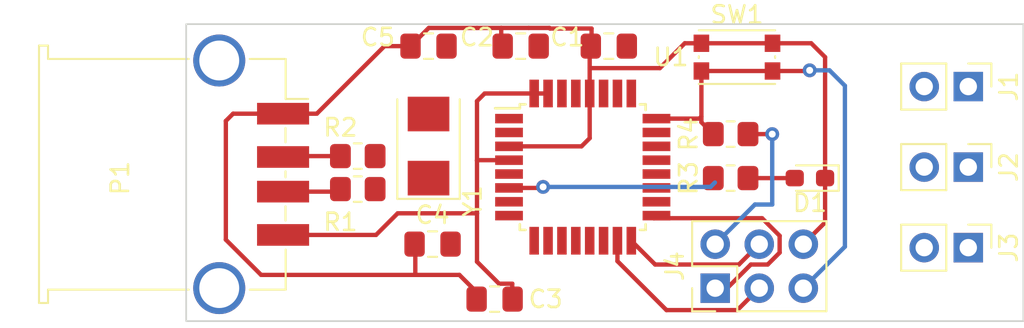
<source format=kicad_pcb>
(kicad_pcb (version 20221018) (generator pcbnew)
  (layers (0 "F.Cu" signal) (31 "B.Cu" signal) (34 "B.Paste" user) (35 "F.Paste" user) (36 "B.SilkS" user "B.Silkscreen") (37 "F.SilkS" user "F.Silkscreen") (38 "B.Mask" user) (39 "F.Mask" user) (44 "Edge.Cuts" user))
  (net 0 "")
  (net 1 "Net-(U1-UCAP)")
  (net 2 "GND")
  (net 3 "VCC")
  (net 4 "Net-(U1-XTAL1)")
  (net 5 "Net-(U1-PC0{slash}XTAL2)")
  (net 6 "Net-(D1-A)")
  (net 7 "Net-(J1-Pin_1)")
  (net 8 "/SCLK")
  (net 9 "/MOSI")
  (net 10 "/MISO")
  (net 11 "/RESET")
  (net 12 "Net-(P1-D-)")
  (net 13 "Net-(U1-D-)")
  (net 14 "Net-(P1-D+)")
  (net 15 "Net-(U1-D+)")
  (net 16 "Net-(U1-PD0)")
  (footprint "Button_Switch_SMD:SW_Push_1P1T_NO_CK_KMR2" (layer "F.Cu") (at 101.6 84.455)
    (fp_text reference "SW1" (at 0 -2.45) (layer "F.SilkS"))
    (fp_text value "SW_Reset")
    (fp_line (start -2.2 0.05) (end -2.2 -0.05) (stroke (width 0.12)) (layer "F.SilkS"))
    (fp_line (start -2.2 1.55) (end 2.2 1.55) (stroke (width 0.12)) (layer "F.SilkS"))
    (fp_line (start 2.2 -1.55) (end -2.2 -1.55) (stroke (width 0.12)) (layer "F.SilkS"))
    (fp_line (start 2.2 0.05) (end 2.2 -0.05) (stroke (width 0.12)) (layer "F.SilkS"))
    (pad "1" smd rect (at -2.05 -0.8) (size 0.9 1) (layers "F.Cu" "F.Paste" "F.Mask") (net 2 "GND"))
    (pad "1" smd rect (at 2.05 -0.8) (size 0.9 1) (layers "F.Cu" "F.Paste" "F.Mask") (net 2 "GND"))
    (pad "2" smd rect (at -2.05 0.8) (size 0.9 1) (layers "F.Cu" "F.Paste" "F.Mask") (net 11 "/RESET"))
    (pad "2" smd rect (at 2.05 0.8) (size 0.9 1) (layers "F.Cu" "F.Paste" "F.Mask") (net 11 "/RESET"))
  )
  (footprint "Resistor_SMD:R_0805_2012Metric_Pad1.20x1.40mm_HandSolder" (layer "F.Cu") (at 101.235 88.9)
    (fp_text reference "R4" (at -2.429 0 90) (layer "F.SilkS"))
    (fp_text value "10K")
    (fp_line (start -0.227064 -0.735) (end 0.227064 -0.735) (stroke (width 0.12)) (layer "F.SilkS"))
    (fp_line (start -0.227064 0.735) (end 0.227064 0.735) (stroke (width 0.12)) (layer "F.SilkS"))
    (pad "1" smd roundrect (at -1 0) (size 1.2 1.4) (layers "F.Cu" "F.Paste" "F.Mask") (roundrect_rratio 0.208333) (net 11 "/RESET"))
    (pad "2" smd roundrect (at 1 0) (size 1.2 1.4) (layers "F.Cu" "F.Paste" "F.Mask") (roundrect_rratio 0.208333) (net 3 "VCC"))
  )
  (footprint "Resistor_SMD:R_0805_2012Metric_Pad1.20x1.40mm_HandSolder" (layer "F.Cu") (at 79.74 90.17)
    (fp_text reference "R2" (at -1 -1.65) (layer "F.SilkS"))
    (fp_text value "22" hide)
    (fp_line (start -0.227064 -0.735) (end 0.227064 -0.735) (stroke (width 0.12)) (layer "F.SilkS"))
    (fp_line (start -0.227064 0.735) (end 0.227064 0.735) (stroke (width 0.12)) (layer "F.SilkS"))
    (pad "1" smd roundrect (at -1 0) (size 1.2 1.4) (layers "F.Cu" "F.Paste" "F.Mask") (roundrect_rratio 0.208333) (net 14 "Net-(P1-D+)"))
    (pad "2" smd roundrect (at 1 0) (size 1.2 1.4) (layers "F.Cu" "F.Paste" "F.Mask") (roundrect_rratio 0.208333) (net 15 "Net-(U1-D+)"))
  )
  (footprint "Connector_PinHeader_2.54mm:PinHeader_1x02_P2.54mm_Vertical" (layer "F.Cu") (at 114.935 95.455 -90)
    (fp_text reference "J3" (at 0 -2.33 90) (layer "F.SilkS"))
    (fp_text value "Conn_01x02")
    (fp_line (start -1.33 -1.33) (end 0 -1.33) (stroke (width 0.12)) (layer "F.SilkS"))
    (fp_line (start -1.33 0) (end -1.33 -1.33) (stroke (width 0.12)) (layer "F.SilkS"))
    (fp_line (start -1.33 1.27) (end -1.33 3.87) (stroke (width 0.12)) (layer "F.SilkS"))
    (fp_line (start -1.33 1.27) (end 1.33 1.27) (stroke (width 0.12)) (layer "F.SilkS"))
    (fp_line (start -1.33 3.87) (end 1.33 3.87) (stroke (width 0.12)) (layer "F.SilkS"))
    (fp_line (start 1.33 1.27) (end 1.33 3.87) (stroke (width 0.12)) (layer "F.SilkS"))
    (pad "1" thru_hole rect (at 0 0 270) (size 1.7 1.7) (drill 1) (layers "*.Cu" "*.Mask") (net 9 "/MOSI"))
    (pad "2" thru_hole oval (at 0 2.54 270) (size 1.7 1.7) (drill 1) (layers "*.Cu" "*.Mask") (net 2 "GND"))
  )
  (footprint "Capacitor_SMD:C_0805_2012Metric_Pad1.18x1.45mm_HandSolder" (layer "F.Cu") (at 94.2125 83.82 180)
    (fp_text reference "C1" (at 2.3915 0.508) (layer "F.SilkS"))
    (fp_text value "1uF")
    (fp_line (start -0.261252 -0.735) (end 0.261252 -0.735) (stroke (width 0.12)) (layer "F.SilkS"))
    (fp_line (start -0.261252 0.735) (end 0.261252 0.735) (stroke (width 0.12)) (layer "F.SilkS"))
    (pad "1" smd roundrect (at -1.0375 0 180) (size 1.175 1.45) (layers "F.Cu" "F.Paste" "F.Mask") (roundrect_rratio 0.212766) (net 1 "Net-(U1-UCAP)"))
    (pad "2" smd roundrect (at 1.0375 0 180) (size 1.175 1.45) (layers "F.Cu" "F.Paste" "F.Mask") (roundrect_rratio 0.212766) (net 2 "GND"))
  )
  (footprint "Capacitor_SMD:C_0805_2012Metric_Pad1.18x1.45mm_HandSolder" (layer "F.Cu") (at 89.1325 83.82 180)
    (fp_text reference "C2" (at 2.5185 0.508) (layer "F.SilkS"))
    (fp_text value "10uF")
    (fp_line (start -0.261252 -0.735) (end 0.261252 -0.735) (stroke (width 0.12)) (layer "F.SilkS"))
    (fp_line (start -0.261252 0.735) (end 0.261252 0.735) (stroke (width 0.12)) (layer "F.SilkS"))
    (pad "1" smd roundrect (at -1.0375 0 180) (size 1.175 1.45) (layers "F.Cu" "F.Paste" "F.Mask") (roundrect_rratio 0.212766) (net 3 "VCC"))
    (pad "2" smd roundrect (at 1.0375 0 180) (size 1.175 1.45) (layers "F.Cu" "F.Paste" "F.Mask") (roundrect_rratio 0.212766) (net 2 "GND"))
  )
  (footprint "Connector_USB:USB_A_TE_292303-7_Horizontal" (layer "F.Cu") (at 69.055 91.22 -90)
    (fp_text reference "P1" (at 0.22 3.015 90) (layer "F.SilkS"))
    (fp_text value "USB_C_Plug_USB2.0")
    (fp_line (start -7.43 7.17) (end -7.43 7.69) (stroke (width 0.12)) (layer "F.SilkS"))
    (fp_line (start -7.43 7.69) (end 7.43 7.69) (stroke (width 0.12)) (layer "F.SilkS"))
    (fp_line (start -6.66 -6.53) (end -6.66 -4.46) (stroke (width 0.12)) (layer "F.SilkS"))
    (fp_line (start -6.66 -6.53) (end -4.35 -6.53) (stroke (width 0.12)) (layer "F.SilkS"))
    (fp_line (start -6.66 7.17) (end -7.43 7.17) (stroke (width 0.12)) (layer "F.SilkS"))
    (fp_line (start -6.66 7.17) (end -6.66 -0.94) (stroke (width 0.12)) (layer "F.SilkS"))
    (fp_line (start -4.35 -7.82) (end -4.35 -6.53) (stroke (width 0.12)) (layer "F.SilkS"))
    (fp_line (start -2.67 -6.52) (end -1.85 -6.52) (stroke (width 0.12)) (layer "F.SilkS"))
    (fp_line (start -0.17 -6.52) (end 0.17 -6.52) (stroke (width 0.12)) (layer "F.SilkS"))
    (fp_line (start 1.85 -6.52) (end 2.67 -6.52) (stroke (width 0.12)) (layer "F.SilkS"))
    (fp_line (start 4.35 -6.53) (end 6.66 -6.53) (stroke (width 0.12)) (layer "F.SilkS"))
    (fp_line (start 6.66 -6.53) (end 6.66 -4.46) (stroke (width 0.12)) (layer "F.SilkS"))
    (fp_line (start 6.66 -0.94) (end 6.66 7.17) (stroke (width 0.12)) (layer "F.SilkS"))
    (fp_line (start 7.43 7.17) (end 6.66 7.17) (stroke (width 0.12)) (layer "F.SilkS"))
    (fp_line (start 7.43 7.69) (end 7.43 7.17) (stroke (width 0.12)) (layer "F.SilkS"))
    (pad "1" smd rect (at -3.5 -6.38 270) (size 1.25 3) (layers "F.Cu" "F.Paste" "F.Mask") (net 2 "GND"))
    (pad "2" smd rect (at -1 -6.38 270) (size 1.25 3) (layers "F.Cu" "F.Paste" "F.Mask") (net 14 "Net-(P1-D+)"))
    (pad "3" smd rect (at 1 -6.38 270) (size 1.25 3) (layers "F.Cu" "F.Paste" "F.Mask") (net 12 "Net-(P1-D-)"))
    (pad "4" smd rect (at 3.5 -6.38 270) (size 1.25 3) (layers "F.Cu" "F.Paste" "F.Mask") (net 3 "VCC"))
    (pad "5" thru_hole circle (at -6.57 -2.7 270) (size 3 3) (drill 2.3) (layers "*.Cu" "*.Mask"))
    (pad "5" thru_hole circle (at 6.57 -2.7 270) (size 3 3) (drill 2.3) (layers "*.Cu" "*.Mask"))
  )
  (footprint "Capacitor_SMD:C_0805_2012Metric_Pad1.18x1.45mm_HandSolder" (layer "F.Cu") (at 84.0525 95.25)
    (fp_text reference "C4" (at 0 -1.68) (layer "F.SilkS"))
    (fp_text value "22pF")
    (fp_line (start -0.261252 -0.735) (end 0.261252 -0.735) (stroke (width 0.12)) (layer "F.SilkS"))
    (fp_line (start -0.261252 0.735) (end 0.261252 0.735) (stroke (width 0.12)) (layer "F.SilkS"))
    (pad "1" smd roundrect (at -1.0375 0) (size 1.175 1.45) (layers "F.Cu" "F.Paste" "F.Mask") (roundrect_rratio 0.212766) (net 2 "GND"))
    (pad "2" smd roundrect (at 1.0375 0) (size 1.175 1.45) (layers "F.Cu" "F.Paste" "F.Mask") (roundrect_rratio 0.212766) (net 4 "Net-(U1-XTAL1)"))
  )
  (footprint "Package_QFP:TQFP-32_7x7mm_P0.8mm" (layer "F.Cu") (at 92.71 90.805)
    (fp_text reference "U1" (at 5.08 -6.35) (layer "F.SilkS"))
    (fp_text value "ATmega32U2")
    (fp_line (start -3.625 -3.625) (end -3.625 -3.4) (stroke (width 0.15)) (layer "F.SilkS"))
    (fp_line (start -3.625 -3.625) (end -3.3 -3.625) (stroke (width 0.15)) (layer "F.SilkS"))
    (fp_line (start -3.625 -3.4) (end -5.05 -3.4) (stroke (width 0.15)) (layer "F.SilkS"))
    (fp_line (start -3.625 3.625) (end -3.625 3.3) (stroke (width 0.15)) (layer "F.SilkS"))
    (fp_line (start -3.625 3.625) (end -3.3 3.625) (stroke (width 0.15)) (layer "F.SilkS"))
    (fp_line (start 3.625 -3.625) (end 3.3 -3.625) (stroke (width 0.15)) (layer "F.SilkS"))
    (fp_line (start 3.625 -3.625) (end 3.625 -3.3) (stroke (width 0.15)) (layer "F.SilkS"))
    (fp_line (start 3.625 3.625) (end 3.3 3.625) (stroke (width 0.15)) (layer "F.SilkS"))
    (fp_line (start 3.625 3.625) (end 3.625 3.3) (stroke (width 0.15)) (layer "F.SilkS"))
    (pad "1" smd rect (at -4.25 -2.8) (size 1.6 0.55) (layers "F.Cu" "F.Paste" "F.Mask") (net 4 "Net-(U1-XTAL1)"))
    (pad "2" smd rect (at -4.25 -2) (size 1.6 0.55) (layers "F.Cu" "F.Paste" "F.Mask") (net 5 "Net-(U1-PC0{slash}XTAL2)"))
    (pad "3" smd rect (at -4.25 -1.2) (size 1.6 0.55) (layers "F.Cu" "F.Paste" "F.Mask") (net 2 "GND"))
    (pad "4" smd rect (at -4.25 -0.4) (size 1.6 0.55) (layers "F.Cu" "F.Paste" "F.Mask") (net 3 "VCC"))
    (pad "5" smd rect (at -4.25 0.4) (size 1.6 0.55) (layers "F.Cu" "F.Paste" "F.Mask"))
    (pad "6" smd rect (at -4.25 1.2) (size 1.6 0.55) (layers "F.Cu" "F.Paste" "F.Mask") (net 16 "Net-(U1-PD0)"))
    (pad "7" smd rect (at -4.25 2) (size 1.6 0.55) (layers "F.Cu" "F.Paste" "F.Mask"))
    (pad "8" smd rect (at -4.25 2.8) (size 1.6 0.55) (layers "F.Cu" "F.Paste" "F.Mask"))
    (pad "9" smd rect (at -2.8 4.25 90) (size 1.6 0.55) (layers "F.Cu" "F.Paste" "F.Mask"))
    (pad "10" smd rect (at -2 4.25 90) (size 1.6 0.55) (layers "F.Cu" "F.Paste" "F.Mask"))
    (pad "11" smd rect (at -1.2 4.25 90) (size 1.6 0.55) (layers "F.Cu" "F.Paste" "F.Mask"))
    (pad "12" smd rect (at -0.4 4.25 90) (size 1.6 0.55) (layers "F.Cu" "F.Paste" "F.Mask"))
    (pad "13" smd rect (at 0.4 4.25 90) (size 1.6 0.55) (layers "F.Cu" "F.Paste" "F.Mask"))
    (pad "14" smd rect (at 1.2 4.25 90) (size 1.6 0.55) (layers "F.Cu" "F.Paste" "F.Mask") (net 7 "Net-(J1-Pin_1)"))
    (pad "15" smd rect (at 2 4.25 90) (size 1.6 0.55) (layers "F.Cu" "F.Paste" "F.Mask") (net 8 "/SCLK"))
    (pad "16" smd rect (at 2.8 4.25 90) (size 1.6 0.55) (layers "F.Cu" "F.Paste" "F.Mask") (net 9 "/MOSI"))
    (pad "17" smd rect (at 4.25 2.8) (size 1.6 0.55) (layers "F.Cu" "F.Paste" "F.Mask") (net 10 "/MISO"))
    (pad "18" smd rect (at 4.25 2) (size 1.6 0.55) (layers "F.Cu" "F.Paste" "F.Mask"))
    (pad "19" smd rect (at 4.25 1.2) (size 1.6 0.55) (layers "F.Cu" "F.Paste" "F.Mask"))
    (pad "20" smd rect (at 4.25 0.4) (size 1.6 0.55) (layers "F.Cu" "F.Paste" "F.Mask"))
    (pad "21" smd rect (at 4.25 -0.4) (size 1.6 0.55) (layers "F.Cu" "F.Paste" "F.Mask"))
    (pad "22" smd rect (at 4.25 -1.2) (size 1.6 0.55) (layers "F.Cu" "F.Paste" "F.Mask"))
    (pad "23" smd rect (at 4.25 -2) (size 1.6 0.55) (layers "F.Cu" "F.Paste" "F.Mask"))
    (pad "24" smd rect (at 4.25 -2.8) (size 1.6 0.55) (layers "F.Cu" "F.Paste" "F.Mask") (net 11 "/RESET"))
    (pad "25" smd rect (at 2.8 -4.25 90) (size 1.6 0.55) (layers "F.Cu" "F.Paste" "F.Mask"))
    (pad "26" smd rect (at 2 -4.25 90) (size 1.6 0.55) (layers "F.Cu" "F.Paste" "F.Mask"))
    (pad "27" smd rect (at 1.2 -4.25 90) (size 1.6 0.55) (layers "F.Cu" "F.Paste" "F.Mask") (net 1 "Net-(U1-UCAP)"))
    (pad "28" smd rect (at 0.4 -4.25 90) (size 1.6 0.55) (layers "F.Cu" "F.Paste" "F.Mask") (net 2 "GND"))
    (pad "29" smd rect (at -0.4 -4.25 90) (size 1.6 0.55) (layers "F.Cu" "F.Paste" "F.Mask") (net 15 "Net-(U1-D+)"))
    (pad "30" smd rect (at -1.2 -4.25 90) (size 1.6 0.55) (layers "F.Cu" "F.Paste" "F.Mask") (net 13 "Net-(U1-D-)"))
    (pad "31" smd rect (at -2 -4.25 90) (size 1.6 0.55) (layers "F.Cu" "F.Paste" "F.Mask") (net 3 "VCC"))
    (pad "32" smd rect (at -2.8 -4.25 90) (size 1.6 0.55) (layers "F.Cu" "F.Paste" "F.Mask") (net 3 "VCC"))
  )
  (footprint "Resistor_SMD:R_0805_2012Metric_Pad1.20x1.40mm_HandSolder" (layer "F.Cu") (at 101.235 91.44 180)
    (fp_text reference "R3" (at 2.429 0 90) (layer "F.SilkS"))
    (fp_text value "1K")
    (fp_line (start -0.227064 -0.735) (end 0.227064 -0.735) (stroke (width 0.12)) (layer "F.SilkS"))
    (fp_line (start -0.227064 0.735) (end 0.227064 0.735) (stroke (width 0.12)) (layer "F.SilkS"))
    (pad "1" smd roundrect (at -1 0 180) (size 1.2 1.4) (layers "F.Cu" "F.Paste" "F.Mask") (roundrect_rratio 0.208333) (net 6 "Net-(D1-A)"))
    (pad "2" smd roundrect (at 1 0 180) (size 1.2 1.4) (layers "F.Cu" "F.Paste" "F.Mask") (roundrect_rratio 0.208333) (net 16 "Net-(U1-PD0)"))
  )
  (footprint "Crystal:Crystal_SMD_5032-2Pin_5.0x3.2mm" (layer "F.Cu") (at 83.82 89.59 90)
    (fp_text reference "Y1" (at -3.175 2.54 90) (layer "F.SilkS"))
    (fp_text value "16MHz")
    (fp_line (start -3.05 -1.8) (end -3.05 1.8) (stroke (width 0.12)) (layer "F.SilkS"))
    (fp_line (start -3.05 1.8) (end 2.7 1.8) (stroke (width 0.12)) (layer "F.SilkS"))
    (fp_line (start 2.7 -1.8) (end -3.05 -1.8) (stroke (width 0.12)) (layer "F.SilkS"))
    (pad "1" smd rect (at -1.85 0 90) (size 2 2.4) (layers "F.Cu" "F.Paste" "F.Mask") (net 5 "Net-(U1-PC0{slash}XTAL2)"))
    (pad "2" smd rect (at 1.85 0 90) (size 2 2.4) (layers "F.Cu" "F.Paste" "F.Mask") (net 4 "Net-(U1-XTAL1)"))
  )
  (footprint "Resistor_SMD:R_0805_2012Metric_Pad1.20x1.40mm_HandSolder" (layer "F.Cu") (at 79.74 92.075)
    (fp_text reference "R1" (at -1 1.905) (layer "F.SilkS"))
    (fp_text value "22" hide)
    (fp_line (start -0.227064 -0.735) (end 0.227064 -0.735) (stroke (width 0.12)) (layer "F.SilkS"))
    (fp_line (start -0.227064 0.735) (end 0.227064 0.735) (stroke (width 0.12)) (layer "F.SilkS"))
    (pad "1" smd roundrect (at -1 0) (size 1.2 1.4) (layers "F.Cu" "F.Paste" "F.Mask") (roundrect_rratio 0.208333) (net 12 "Net-(P1-D-)"))
    (pad "2" smd roundrect (at 1 0) (size 1.2 1.4) (layers "F.Cu" "F.Paste" "F.Mask") (roundrect_rratio 0.208333) (net 13 "Net-(U1-D-)"))
  )
  (footprint "Connector_PinHeader_2.54mm:PinHeader_1x02_P2.54mm_Vertical" (layer "F.Cu") (at 114.935 86.155 -90)
    (fp_text reference "J1" (at 0 -2.33 90) (layer "F.SilkS"))
    (fp_text value "Conn_01x02")
    (fp_line (start -1.33 -1.33) (end 0 -1.33) (stroke (width 0.12)) (layer "F.SilkS"))
    (fp_line (start -1.33 0) (end -1.33 -1.33) (stroke (width 0.12)) (layer "F.SilkS"))
    (fp_line (start -1.33 1.27) (end -1.33 3.87) (stroke (width 0.12)) (layer "F.SilkS"))
    (fp_line (start -1.33 1.27) (end 1.33 1.27) (stroke (width 0.12)) (layer "F.SilkS"))
    (fp_line (start -1.33 3.87) (end 1.33 3.87) (stroke (width 0.12)) (layer "F.SilkS"))
    (fp_line (start 1.33 1.27) (end 1.33 3.87) (stroke (width 0.12)) (layer "F.SilkS"))
    (pad "1" thru_hole rect (at 0 0 270) (size 1.7 1.7) (drill 1) (layers "*.Cu" "*.Mask") (net 7 "Net-(J1-Pin_1)"))
    (pad "2" thru_hole oval (at 0 2.54 270) (size 1.7 1.7) (drill 1) (layers "*.Cu" "*.Mask") (net 2 "GND"))
  )
  (footprint "Capacitor_SMD:C_0805_2012Metric_Pad1.18x1.45mm_HandSolder" (layer "F.Cu") (at 87.63 98.425 180)
    (fp_text reference "C3" (at -2.9425 0) (layer "F.SilkS"))
    (fp_text value "0.1nF")
    (fp_line (start -0.261252 -0.735) (end 0.261252 -0.735) (stroke (width 0.12)) (layer "F.SilkS"))
    (fp_line (start -0.261252 0.735) (end 0.261252 0.735) (stroke (width 0.12)) (layer "F.SilkS"))
    (pad "1" smd roundrect (at -1.0375 0 180) (size 1.175 1.45) (layers "F.Cu" "F.Paste" "F.Mask") (roundrect_rratio 0.212766) (net 3 "VCC"))
    (pad "2" smd roundrect (at 1.0375 0 180) (size 1.175 1.45) (layers "F.Cu" "F.Paste" "F.Mask") (roundrect_rratio 0.212766) (net 2 "GND"))
  )
  (footprint "LED_SMD:LED_0603_1608Metric_Pad1.05x0.95mm_HandSolder" (layer "F.Cu") (at 105.805 91.44 180)
    (fp_text reference "D1" (at 0 -1.43) (layer "F.SilkS"))
    (fp_text value "LED")
    (fp_line (start -1.66 -0.735) (end -1.66 0.735) (stroke (width 0.12)) (layer "F.SilkS"))
    (fp_line (start -1.66 0.735) (end 0.8 0.735) (stroke (width 0.12)) (layer "F.SilkS"))
    (fp_line (start 0.8 -0.735) (end -1.66 -0.735) (stroke (width 0.12)) (layer "F.SilkS"))
    (pad "1" smd roundrect (at -0.875 0 180) (size 1.05 0.95) (layers "F.Cu" "F.Paste" "F.Mask") (net 2 "GND"))
    (pad "2" smd roundrect (at 0.875 0 180) (size 1.05 0.95) (layers "F.Cu" "F.Paste" "F.Mask") (net 6 "Net-(D1-A)"))
  )
  (footprint "Connector_PinHeader_2.54mm:PinHeader_1x02_P2.54mm_Vertical" (layer "F.Cu") (at 114.935 90.805 -90)
    (fp_text reference "J2" (at 0 -2.33 90) (layer "F.SilkS"))
    (fp_text value "Conn_01x02")
    (fp_line (start -1.33 -1.33) (end 0 -1.33) (stroke (width 0.12)) (layer "F.SilkS"))
    (fp_line (start -1.33 0) (end -1.33 -1.33) (stroke (width 0.12)) (layer "F.SilkS"))
    (fp_line (start -1.33 1.27) (end -1.33 3.87) (stroke (width 0.12)) (layer "F.SilkS"))
    (fp_line (start -1.33 1.27) (end 1.33 1.27) (stroke (width 0.12)) (layer "F.SilkS"))
    (fp_line (start -1.33 3.87) (end 1.33 3.87) (stroke (width 0.12)) (layer "F.SilkS"))
    (fp_line (start 1.33 1.27) (end 1.33 3.87) (stroke (width 0.12)) (layer "F.SilkS"))
    (pad "1" thru_hole rect (at 0 0 270) (size 1.7 1.7) (drill 1) (layers "*.Cu" "*.Mask") (net 8 "/SCLK"))
    (pad "2" thru_hole oval (at 0 2.54 270) (size 1.7 1.7) (drill 1) (layers "*.Cu" "*.Mask") (net 2 "GND"))
  )
  (footprint "Connector_PinHeader_2.54mm:PinHeader_2x03_P2.54mm_Vertical" (layer "F.Cu") (at 100.345 97.795 90)
    (fp_text reference "J4" (at 1.27 -2.33 90) (layer "F.SilkS"))
    (fp_text value "ISP")
    (fp_line (start -1.33 -1.33) (end 0 -1.33) (stroke (width 0.12)) (layer "F.SilkS"))
    (fp_line (start -1.33 0) (end -1.33 -1.33) (stroke (width 0.12)) (layer "F.SilkS"))
    (fp_line (start -1.33 1.27) (end -1.33 6.41) (stroke (width 0.12)) (layer "F.SilkS"))
    (fp_line (start -1.33 1.27) (end 1.27 1.27) (stroke (width 0.12)) (layer "F.SilkS"))
    (fp_line (start -1.33 6.41) (end 3.87 6.41) (stroke (width 0.12)) (layer "F.SilkS"))
    (fp_line (start 1.27 -1.33) (end 3.87 -1.33) (stroke (width 0.12)) (layer "F.SilkS"))
    (fp_line (start 1.27 1.27) (end 1.27 -1.33) (stroke (width 0.12)) (layer "F.SilkS"))
    (fp_line (start 3.87 -1.33) (end 3.87 6.41) (stroke (width 0.12)) (layer "F.SilkS"))
    (pad "1" thru_hole rect (at 0 0 90) (size 1.7 1.7) (drill 1) (layers "*.Cu" "*.Mask") (net 10 "/MISO"))
    (pad "2" thru_hole oval (at 2.54 0 90) (size 1.7 1.7) (drill 1) (layers "*.Cu" "*.Mask") (net 3 "VCC"))
    (pad "3" thru_hole oval (at 0 2.54 90) (size 1.7 1.7) (drill 1) (layers "*.Cu" "*.Mask") (net 8 "/SCLK"))
    (pad "4" thru_hole oval (at 2.54 2.54 90) (size 1.7 1.7) (drill 1) (layers "*.Cu" "*.Mask") (net 9 "/MOSI"))
    (pad "5" thru_hole oval (at 0 5.08 90) (size 1.7 1.7) (drill 1) (layers "*.Cu" "*.Mask") (net 11 "/RESET"))
    (pad "6" thru_hole oval (at 2.54 5.08 90) (size 1.7 1.7) (drill 1) (layers "*.Cu" "*.Mask") (net 2 "GND"))
  )
  (footprint "Capacitor_SMD:C_0805_2012Metric_Pad1.18x1.45mm_HandSolder" (layer "F.Cu") (at 83.82 83.82)
    (fp_text reference "C5" (at -2.921 -0.508) (layer "F.SilkS"))
    (fp_text value "22pF")
    (fp_line (start -0.261252 -0.735) (end 0.261252 -0.735) (stroke (width 0.12)) (layer "F.SilkS"))
    (fp_line (start -0.261252 0.735) (end 0.261252 0.735) (stroke (width 0.12)) (layer "F.SilkS"))
    (pad "1" smd roundrect (at -1.0375 0) (size 1.175 1.45) (layers "F.Cu" "F.Paste" "F.Mask") (roundrect_rratio 0.212766) (net 2 "GND"))
    (pad "2" smd roundrect (at 1.0375 0) (size 1.175 1.45) (layers "F.Cu" "F.Paste" "F.Mask") (roundrect_rratio 0.212766) (net 5 "Net-(U1-PC0{slash}XTAL2)"))
  )
  (gr_rect (start 69.85 82.55) (end 118.11 99.695) (stroke (width 0.1)) (fill none) (layer "Edge.Cuts"))
  (segment (start 97.028 94.08) (end 96.96 94.08) (width 0) (layer "F.Cu") (net 0))
  (segment (start 97.028 94.996) (end 97.028 94.08) (width 0) (layer "F.Cu") (net 0))
  (segment (start 93.11 89.135) (end 93.11 86.555) (width 0.25) (layer "F.Cu") (net 2))
  (segment (start 88.011 83.736) (end 88.011 82.77) (width 0.25) (layer "F.Cu") (net 2))
  (segment (start 72.136 94.996) (end 74.168 97.028) (width 0.25) (layer "F.Cu") (net 2))
  (segment (start 92.64 89.605) (end 93.11 89.135) (width 0.25) (layer "F.Cu") (net 2))
  (segment (start 81.28 83.82) (end 82.7825 83.82) (width 0.25) (layer "F.Cu") (net 2))
  (segment (start 83.058 95.293) (end 83.015 95.25) (width 0.25) (layer "F.Cu") (net 2))
  (segment (start 98.59 83.655) (end 99.55 83.655) (width 0.25) (layer "F.Cu") (net 2))
  (segment (start 83.8325 82.77) (end 82.7825 83.82) (width 0.25) (layer "F.Cu") (net 2))
  (segment (start 103.65 83.655) (end 105.88 83.655) (width 0.25) (layer "F.Cu") (net 2))
  (segment (start 93.11 83.885) (end 93.11 85.09) (width 0.25) (layer "F.Cu") (net 2))
  (segment (start 93.218 83.777) (end 93.175 83.82) (width 0.25) (layer "F.Cu") (net 2))
  (segment (start 93.11 85.09) (end 97.155 85.09) (width 0.25) (layer "F.Cu") (net 2))
  (segment (start 93.11 85.09) (end 93.11 86.555) (width 0.25) (layer "F.Cu") (net 2))
  (segment (start 83.058 97.028) (end 85.598 97.028) (width 0.25) (layer "F.Cu") (net 2))
  (segment (start 75.435 87.72) (end 72.554 87.72) (width 0.25) (layer "F.Cu") (net 2))
  (segment (start 97.155 85.09) (end 98.59 83.655) (width 0.25) (layer "F.Cu") (net 2))
  (segment (start 89.594327 82.77) (end 88.011 82.77) (width 0.25) (layer "F.Cu") (net 2))
  (segment (start 105.88 83.655) (end 106.68 84.455) (width 0.25) (layer "F.Cu") (net 2))
  (segment (start 88.138 83.863) (end 88.095 83.82) (width 0.25) (layer "F.Cu") (net 2))
  (segment (start 72.554 87.72) (end 72.136 88.138) (width 0.25) (layer "F.Cu") (net 2))
  (segment (start 89.594327 82.77) (end 90.79 82.77) (width 0.25) (layer "F.Cu") (net 2))
  (segment (start 106.68 84.455) (end 106.68 91.44) (width 0.25) (layer "F.Cu") (net 2))
  (segment (start 93.175 83.82) (end 93.11 83.885) (width 0.25) (layer "F.Cu") (net 2))
  (segment (start 74.168 97.028) (end 83.058 97.028) (width 0.25) (layer "F.Cu") (net 2))
  (segment (start 106.68 94) (end 105.425 95.255) (width 0.25) (layer "F.Cu") (net 2))
  (segment (start 86.614 82.77) (end 83.8325 82.77) (width 0.25) (layer "F.Cu") (net 2))
  (segment (start 88.095 83.82) (end 88.011 83.736) (width 0.25) (layer "F.Cu") (net 2))
  (segment (start 77.38 87.72) (end 81.28 83.82) (width 0.25) (layer "F.Cu") (net 2))
  (segment (start 90.824 82.804) (end 93.218 82.804) (width 0.25) (layer "F.Cu") (net 2))
  (segment (start 86.5925 98.0225) (end 86.5925 98.425) (width 0.25) (layer "F.Cu") (net 2))
  (segment (start 88.46 89.605) (end 92.64 89.605) (width 0.25) (layer "F.Cu") (net 2))
  (segment (start 99.55 83.655) (end 103.65 83.655) (width 0.25) (layer "F.Cu") (net 2))
  (segment (start 88.011 82.77) (end 86.614 82.77) (width 0.25) (layer "F.Cu") (net 2))
  (segment (start 83.058 97.028) (end 83.058 95.293) (width 0.25) (layer "F.Cu") (net 2))
  (segment (start 90.79 82.77) (end 90.824 82.804) (width 0.25) (layer "F.Cu") (net 2))
  (segment (start 106.68 91.44) (end 106.68 94) (width 0.25) (layer "F.Cu") (net 2))
  (segment (start 75.435 87.72) (end 77.38 87.72) (width 0.25) (layer "F.Cu") (net 2))
  (segment (start 93.218 82.804) (end 93.218 83.777) (width 0.25) (layer "F.Cu") (net 2))
  (segment (start 72.136 88.138) (end 72.136 94.996) (width 0.25) (layer "F.Cu") (net 2))
  (segment (start 85.598 97.028) (end 86.5925 98.0225) (width 0.25) (layer "F.Cu") (net 2))
  (segment (start 86.633 90.405) (end 86.614 90.424) (width 0.25) (layer "F.Cu") (net 3))
  (segment (start 87.054 86.555) (end 86.614 86.995) (width 0.25) (layer "F.Cu") (net 3))
  (segment (start 88.6675 98.425) (end 88.646 98.4035) (width 0.25) (layer "F.Cu") (net 3))
  (segment (start 89.91 86.555) (end 87.054 86.555) (width 0.25) (layer "F.Cu") (net 3))
  (segment (start 80.794 94.72) (end 82.042 93.472) (width 0.25) (layer "F.Cu") (net 3))
  (segment (start 86.614 90.424) (end 86.614 86.995) (width 0.25) (layer "F.Cu") (net 3))
  (segment (start 102.235 88.9) (end 103.632 88.9) (width 0.25) (layer "F.Cu") (net 3))
  (segment (start 88.646 98.4035) (end 88.646 97.536) (width 0.25) (layer "F.Cu") (net 3))
  (segment (start 86.614 93.472) (end 86.614 90.424) (width 0.25) (layer "F.Cu") (net 3))
  (segment (start 89.91 86.555) (end 90.71 86.555) (width 0.25) (layer "F.Cu") (net 3))
  (segment (start 75.435 94.72) (end 80.794 94.72) (width 0.25) (layer "F.Cu") (net 3))
  (segment (start 87.884 97.536) (end 86.614 96.266) (width 0.25) (layer "F.Cu") (net 3))
  (segment (start 86.614 96.266) (end 86.614 93.472) (width 0.25) (layer "F.Cu") (net 3))
  (segment (start 88.46 90.405) (end 86.633 90.405) (width 0.25) (layer "F.Cu") (net 3))
  (segment (start 88.646 97.536) (end 87.884 97.536) (width 0.25) (layer "F.Cu") (net 3))
  (segment (start 82.042 93.472) (end 86.614 93.472) (width 0.25) (layer "F.Cu") (net 3))
  (via (at 103.632 88.9) (size 0.8) (drill 0.4) (layers "F.Cu" "B.Cu") (net 3))
  (segment (start 102.636 92.964) (end 103.632 92.964) (width 0.25) (layer "B.Cu") (net 3))
  (segment (start 100.345 95.255) (end 102.636 92.964) (width 0.25) (layer "B.Cu") (net 3))
  (segment (start 103.632 92.964) (end 103.632 88.9) (width 0.25) (layer "B.Cu") (net 3))
  (segment (start 104.93 91.44) (end 102.235 91.44) (width 0.25) (layer "F.Cu") (net 6))
  (segment (start 101.62 99.06) (end 97.536 99.06) (width 0.25) (layer "F.Cu") (net 8))
  (segment (start 97.536 99.06) (end 94.71 96.234) (width 0.25) (layer "F.Cu") (net 8))
  (segment (start 102.885 97.795) (end 101.62 99.06) (width 0.25) (layer "F.Cu") (net 8))
  (segment (start 94.71 96.234) (end 94.71 95.055) (width 0.25) (layer "F.Cu") (net 8))
  (segment (start 101.71 96.43) (end 96.885 96.43) (width 0.25) (layer "F.Cu") (net 9))
  (segment (start 96.885 96.43) (end 95.51 95.055) (width 0.25) (layer "F.Cu") (net 9))
  (segment (start 102.885 95.255) (end 101.71 96.43) (width 0.25) (layer "F.Cu") (net 9))
  (segment (start 102.398299 96.43) (end 101.033299 97.795) (width 0.25) (layer "F.Cu") (net 10))
  (segment (start 104.06 94.768299) (end 104.06 95.741701) (width 0.25) (layer "F.Cu") (net 10))
  (segment (start 104.06 95.741701) (end 103.371701 96.43) (width 0.25) (layer "F.Cu") (net 10))
  (segment (start 103.046701 93.755) (end 104.06 94.768299) (width 0.25) (layer "F.Cu") (net 10))
  (segment (start 101.033299 97.795) (end 100.345 97.795) (width 0.25) (layer "F.Cu") (net 10))
  (segment (start 96.81 93.755) (end 103.046701 93.755) (width 0.25) (layer "F.Cu") (net 10))
  (segment (start 103.371701 96.43) (end 102.398299 96.43) (width 0.25) (layer "F.Cu") (net 10))
  (segment (start 96.96 93.605) (end 96.81 93.755) (width 0.25) (layer "F.Cu") (net 10))
  (segment (start 103.65 85.255) (end 99.55 85.255) (width 0.25) (layer "F.Cu") (net 11))
  (segment (start 103.65 85.255) (end 105.626 85.255) (width 0.25) (layer "F.Cu") (net 11))
  (segment (start 100.235 88.9) (end 99.55 88.215) (width 0.25) (layer "F.Cu") (net 11))
  (segment (start 105.791 85.217) (end 105.664 85.217) (width 0.25) (layer "F.Cu") (net 11))
  (segment (start 105.626 85.255) (end 105.791 85.217) (width 0.25) (layer "F.Cu") (net 11))
  (segment (start 99.55 87.884) (end 99.55 85.255) (width 0.25) (layer "F.Cu") (net 11))
  (segment (start 99.429 88.005) (end 99.55 87.884) (width 0.25) (layer "F.Cu") (net 11))
  (segment (start 99.55 88.215) (end 99.55 87.884) (width 0.25) (layer "F.Cu") (net 11))
  (segment (start 96.96 88.005) (end 99.429 88.005) (width 0.25) (layer "F.Cu") (net 11))
  (via (at 105.791 85.217) (size 0.8) (drill 0.4) (layers "F.Cu" "B.Cu") (net 11))
  (segment (start 106.934 85.217) (end 105.791 85.217) (width 0.25) (layer "B.Cu") (net 11))
  (segment (start 105.425 97.795) (end 107.823 95.397) (width 0.25) (layer "B.Cu") (net 11))
  (segment (start 107.823 95.397) (end 107.823 86.106) (width 0.25) (layer "B.Cu") (net 11))
  (segment (start 107.823 86.106) (end 106.934 85.217) (width 0.25) (layer "B.Cu") (net 11))
  (segment (start 78.595 92.22) (end 78.74 92.075) (width 0.25) (layer "F.Cu") (net 12))
  (segment (start 75.435 92.22) (end 78.595 92.22) (width 0.25) (layer "F.Cu") (net 12))
  (segment (start 75.692 90.297) (end 75.819 90.17) (width 0.25) (layer "F.Cu") (net 14))
  (segment (start 75.819 90.17) (end 78.74 90.17) (width 0.25) (layer "F.Cu") (net 14))
  (segment (start 75.435 90.22) (end 75.615 90.22) (width 0.25) (layer "F.Cu") (net 14))
  (segment (start 75.615 90.22) (end 75.692 90.297) (width 0.25) (layer "F.Cu") (net 14))
  (segment (start 88.46 92.005) (end 90.367 92.005) (width 0.25) (layer "F.Cu") (net 16))
  (segment (start 90.367 92.005) (end 90.424 91.948) (width 0.25) (layer "F.Cu") (net 16))
  (via (at 90.424 91.948) (size 0.8) (drill 0.4) (layers "F.Cu" "B.Cu") (net 16))
  (segment (start 100.076 91.948) (end 100.33 91.694) (width 0.25) (layer "B.Cu") (net 16))
  (segment (start 90.424 91.948) (end 100.076 91.948) (width 0.25) (layer "B.Cu") (net 16))
)
</source>
